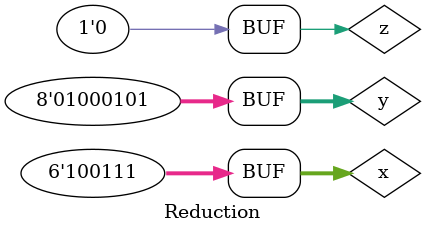
<source format=v>

module Reduction();
  
   reg[5:0] x=6'b10_0111;
   reg[7:0] y=8'b0100_0101;
   
   reg z;
 
  initial begin
  $monitor("\t x=%b   y=%b   z=%d",x,y,z);
  end

  initial begin
  z=|x;
  #1
  z=|y;
  #1
  z=~|x;
  #1
  z=~&x;
  #2
  z=&y; 
  end
endmodule
</source>
